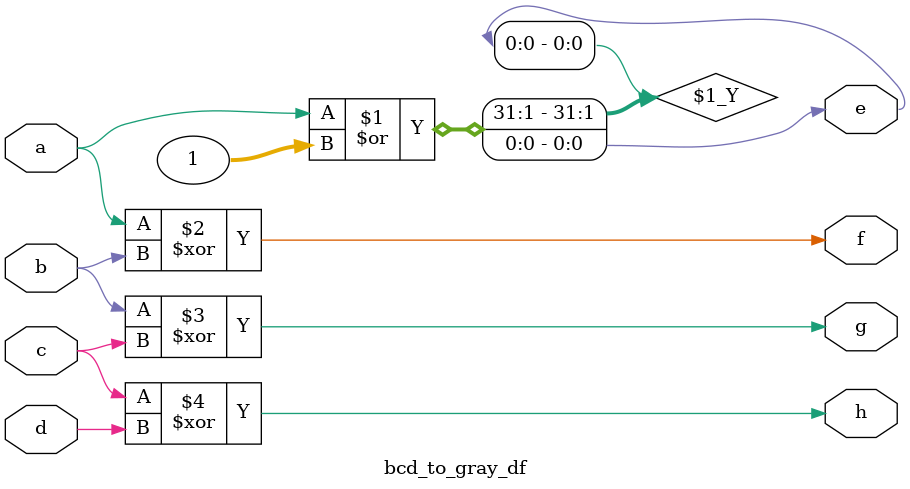
<source format=v>
module bcd_to_gray_df(a,b,c,d,e,f,g,h);
	input a,b,c,d;
	output e,f,g,h;
	
	assign e=a|1,
		f=a^b,
		g=b^c,
		h=c^d;
endmodule
	
</source>
